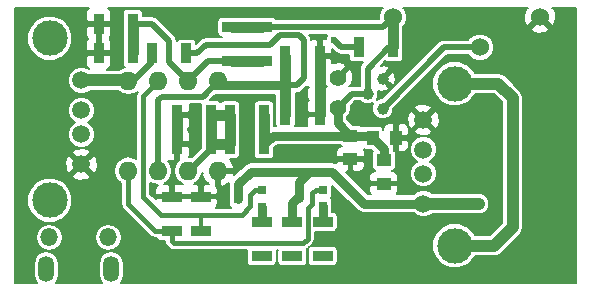
<source format=gbl>
G04 #@! TF.FileFunction,Copper,L2,Bot,Signal*
%FSLAX46Y46*%
G04 Gerber Fmt 4.6, Leading zero omitted, Abs format (unit mm)*
G04 Created by KiCad (PCBNEW 4.0.1-stable) date Fri 18 Dec 2015 08:10:57 AM EET*
%MOMM*%
G01*
G04 APERTURE LIST*
%ADD10C,0.100000*%
%ADD11R,0.800100X0.800100*%
%ADD12C,1.397000*%
%ADD13R,1.250000X1.000000*%
%ADD14R,1.000000X1.250000*%
%ADD15C,1.000760*%
%ADD16C,1.501140*%
%ADD17C,2.999740*%
%ADD18R,0.900000X1.700000*%
%ADD19R,1.700000X0.900000*%
%ADD20C,1.524000*%
%ADD21O,1.600000X1.600000*%
%ADD22O,1.500000X1.500000*%
%ADD23O,1.350000X2.200000*%
%ADD24C,0.600000*%
%ADD25C,1.000000*%
%ADD26C,0.300000*%
%ADD27C,0.900000*%
%ADD28C,0.500000*%
%ADD29C,0.800000*%
%ADD30C,0.400000*%
%ADD31C,1.000000*%
%ADD32C,0.200000*%
G04 APERTURE END LIST*
D10*
D11*
X172030760Y-62517920D03*
X172030760Y-63920000D03*
X170031780Y-63218960D03*
D12*
X178450000Y-52980000D03*
X178450000Y-55520000D03*
D13*
X179525000Y-57875000D03*
X179525000Y-59875000D03*
X182350000Y-59950000D03*
X182350000Y-61950000D03*
D14*
X181400000Y-58075000D03*
X183400000Y-58075000D03*
D15*
X180975000Y-54325000D03*
X182245000Y-53055000D03*
X182245000Y-55595000D03*
D16*
X156750000Y-60322000D03*
X156750000Y-57782000D03*
X156750000Y-55750000D03*
X156750000Y-53210000D03*
D17*
X154083000Y-63370000D03*
X154083000Y-49654000D03*
D16*
X185700000Y-56537140D03*
X185700000Y-59077140D03*
X185700000Y-61109140D03*
X185700000Y-63649140D03*
D17*
X188367000Y-53489140D03*
X188367000Y-67205140D03*
D11*
X177175760Y-62478960D03*
X177175760Y-63881040D03*
X175176780Y-63180000D03*
D18*
X172214090Y-56140000D03*
X169314090Y-56140000D03*
X172214090Y-58615000D03*
X169314090Y-58615000D03*
X180225000Y-50400000D03*
X183125000Y-50400000D03*
D19*
X174605000Y-68070000D03*
X174605000Y-65170000D03*
D18*
X167749090Y-56140000D03*
X164849090Y-56140000D03*
X167749090Y-58615000D03*
X164849090Y-58615000D03*
D19*
X164400000Y-65950000D03*
X164400000Y-63050000D03*
X177180000Y-68070000D03*
X177180000Y-65170000D03*
D18*
X165625000Y-50925000D03*
X162725000Y-50925000D03*
X174029174Y-51155186D03*
X176929174Y-51155186D03*
X174029174Y-53630186D03*
X176929174Y-53630186D03*
X174029174Y-56105186D03*
X176929174Y-56105186D03*
D19*
X169525000Y-48700000D03*
X169525000Y-51600000D03*
X172000000Y-48700000D03*
X172000000Y-51600000D03*
X166875000Y-65950000D03*
X166875000Y-63050000D03*
D18*
X161123000Y-48425328D03*
X158223000Y-48425328D03*
X161123000Y-50900328D03*
X158223000Y-50900328D03*
D19*
X172030000Y-68070000D03*
X172030000Y-65170000D03*
D20*
X195580000Y-47860000D03*
X190500000Y-50400000D03*
X183134000Y-47860000D03*
D21*
X160710000Y-60870000D03*
X163250000Y-60870000D03*
X165790000Y-60870000D03*
X168330000Y-60870000D03*
X168330000Y-53250000D03*
X165790000Y-53250000D03*
X163250000Y-53250000D03*
X160710000Y-53250000D03*
D22*
X154024100Y-66500000D03*
X159024100Y-66500000D03*
D23*
X153775000Y-69200000D03*
X159275000Y-69200000D03*
D24*
X177180000Y-68070000D03*
X177180000Y-69514860D03*
X174605000Y-69514860D03*
X172030000Y-69514860D03*
X158875000Y-64750000D03*
X174605000Y-68070000D03*
X172030000Y-68070000D03*
X178125000Y-49775000D03*
D25*
X190400000Y-63649140D03*
D26*
X166875000Y-63050000D02*
X164400000Y-63050000D01*
D27*
X164849090Y-58615000D02*
X164849090Y-56140000D01*
X176929174Y-53630186D02*
X176929174Y-51155186D01*
X176929174Y-56105186D02*
X176929174Y-53630186D01*
D26*
X168330000Y-61420000D02*
X168330000Y-60870000D01*
D28*
X172000000Y-48700000D02*
X182294000Y-48700000D01*
X182294000Y-48700000D02*
X183134000Y-47860000D01*
D29*
X182350000Y-59950000D02*
X182350000Y-59025000D01*
X182350000Y-59025000D02*
X181400000Y-58075000D01*
X179525000Y-57875000D02*
X181200000Y-57875000D01*
X181200000Y-57875000D02*
X181400000Y-58075000D01*
X178450000Y-55520000D02*
X178450000Y-56800000D01*
X178450000Y-56800000D02*
X179525000Y-57875000D01*
X179525000Y-57875000D02*
X172954090Y-57875000D01*
X172954090Y-57875000D02*
X172214090Y-58615000D01*
D27*
X172000000Y-48700000D02*
X169525000Y-48700000D01*
D28*
X180975000Y-54325000D02*
X179645000Y-54325000D01*
X179645000Y-54325000D02*
X178450000Y-55520000D01*
D26*
X183125000Y-50400000D02*
X182775000Y-50400000D01*
D28*
X182775000Y-50400000D02*
X180975000Y-52200000D01*
X180975000Y-53617356D02*
X180975000Y-54325000D01*
X180975000Y-52200000D02*
X180975000Y-53617356D01*
D27*
X183125000Y-50400000D02*
X183125000Y-47869000D01*
X183125000Y-47869000D02*
X183134000Y-47860000D01*
X172214090Y-58615000D02*
X172214090Y-56140000D01*
D28*
X182245000Y-55595000D02*
X187440000Y-50400000D01*
X187440000Y-50400000D02*
X190500000Y-50400000D01*
D30*
X175900000Y-66600000D02*
X175525000Y-66975000D01*
X177175760Y-62478960D02*
X176575710Y-62478960D01*
X176575710Y-62478960D02*
X176275000Y-62779670D01*
X176275000Y-62779670D02*
X176275000Y-63675000D01*
X176275000Y-63675000D02*
X175900000Y-64050000D01*
X175900000Y-64050000D02*
X175900000Y-66600000D01*
X175525000Y-66975000D02*
X164575000Y-66975000D01*
X164575000Y-66975000D02*
X164400000Y-66800000D01*
X164400000Y-66800000D02*
X164400000Y-65950000D01*
X160710000Y-63085000D02*
X160710000Y-63710000D01*
X160710000Y-60870000D02*
X160710000Y-63085000D01*
X162950000Y-65950000D02*
X164400000Y-65950000D01*
X160710000Y-63710000D02*
X162950000Y-65950000D01*
D29*
X177175760Y-63881040D02*
X177175760Y-65165760D01*
X177175760Y-65165760D02*
X177180000Y-65170000D01*
D28*
X180225000Y-50400000D02*
X178750000Y-50400000D01*
X178750000Y-50400000D02*
X178125000Y-49775000D01*
D31*
X190400000Y-63649140D02*
X185700000Y-63649140D01*
X156750000Y-53210000D02*
X160670000Y-53210000D01*
X160670000Y-53210000D02*
X160710000Y-53250000D01*
D28*
X162725000Y-50925000D02*
X162725000Y-51675000D01*
X162725000Y-51675000D02*
X161150000Y-53250000D01*
X161150000Y-53250000D02*
X160710000Y-53250000D01*
D29*
X174605000Y-63620000D02*
X174605000Y-65170000D01*
X177925000Y-60925000D02*
X180649140Y-63649140D01*
X180649140Y-63649140D02*
X185700000Y-63649140D01*
X176025000Y-60925000D02*
X177925000Y-60925000D01*
D26*
X160710000Y-53250000D02*
X160710000Y-52765000D01*
D29*
X170031780Y-63218960D02*
X170031780Y-62018910D01*
X171125690Y-60925000D02*
X176025000Y-60925000D01*
X170031780Y-62018910D02*
X171125690Y-60925000D01*
X176025000Y-60925000D02*
X175176780Y-61773220D01*
X175176780Y-61773220D02*
X175176780Y-63180000D01*
X175045000Y-63180000D02*
X174605000Y-63620000D01*
X175176780Y-63180000D02*
X175045000Y-63180000D01*
D30*
X163250000Y-53250000D02*
X161975000Y-54525000D01*
X161975000Y-54525000D02*
X161975000Y-63050000D01*
X163500000Y-64575000D02*
X166975000Y-64575000D01*
X161975000Y-63050000D02*
X163500000Y-64575000D01*
D26*
X166875000Y-64675000D02*
X166975000Y-64575000D01*
D30*
X166975000Y-64575000D02*
X170325000Y-64575000D01*
D26*
X166875000Y-65950000D02*
X166875000Y-64675000D01*
D30*
X171430710Y-62517920D02*
X172030760Y-62517920D01*
X170325000Y-64575000D02*
X171025000Y-63875000D01*
X171025000Y-62923630D02*
X171430710Y-62517920D01*
X171025000Y-63875000D02*
X171025000Y-62923630D01*
D29*
X172030760Y-63920000D02*
X172030760Y-65169240D01*
X172030760Y-65169240D02*
X172030000Y-65170000D01*
D26*
X167749090Y-58615000D02*
X167749090Y-59015000D01*
D28*
X167749090Y-59015000D02*
X165894090Y-60870000D01*
D26*
X165894090Y-60870000D02*
X165790000Y-60870000D01*
X165790000Y-60699090D02*
X165790000Y-60870000D01*
D27*
X169314090Y-58615000D02*
X167749090Y-58615000D01*
X169314090Y-56140000D02*
X167749090Y-56140000D01*
X167749090Y-58615000D02*
X167749090Y-56140000D01*
X169314090Y-58615000D02*
X169314090Y-56140000D01*
D28*
X165625000Y-50925000D02*
X166575000Y-50925000D01*
X172725000Y-50200000D02*
X173550000Y-49375000D01*
X166575000Y-50925000D02*
X167300000Y-50200000D01*
X167300000Y-50200000D02*
X172725000Y-50200000D01*
X173550000Y-49375000D02*
X175175000Y-49375000D01*
X175175000Y-49375000D02*
X175575000Y-49775000D01*
X175575000Y-49775000D02*
X175575000Y-53034360D01*
X175575000Y-53034360D02*
X174979174Y-53630186D01*
X174979174Y-53630186D02*
X174029174Y-53630186D01*
X174029174Y-50755186D02*
X174029174Y-51155186D01*
D29*
X174029174Y-53630186D02*
X168710186Y-53630186D01*
X168710186Y-53630186D02*
X168330000Y-53250000D01*
D27*
X174029174Y-53630186D02*
X174029174Y-51155186D01*
X174029174Y-56105186D02*
X174029174Y-53630186D01*
D28*
X163556554Y-54575000D02*
X167005000Y-54575000D01*
X163250000Y-54881554D02*
X163556554Y-54575000D01*
X163250000Y-60870000D02*
X163250000Y-54881554D01*
X167005000Y-54575000D02*
X168330000Y-53250000D01*
D27*
X168325000Y-53245000D02*
X168330000Y-53250000D01*
D28*
X164175000Y-49875000D02*
X162725328Y-48425328D01*
X162725328Y-48425328D02*
X161123000Y-48425328D01*
X164175000Y-51635000D02*
X164175000Y-49875000D01*
X165790000Y-53250000D02*
X164175000Y-51635000D01*
D27*
X161123000Y-48425328D02*
X161123000Y-50900328D01*
D28*
X169525000Y-51600000D02*
X167440000Y-51600000D01*
X167440000Y-51600000D02*
X165790000Y-53250000D01*
D27*
X172000000Y-51600000D02*
X169525000Y-51600000D01*
D31*
X188367000Y-53489140D02*
X192039140Y-53489140D01*
X192039140Y-53489140D02*
X193250000Y-54700000D01*
X193250000Y-54700000D02*
X193250000Y-65650000D01*
X193250000Y-65650000D02*
X191694860Y-67205140D01*
X191694860Y-67205140D02*
X188367000Y-67205140D01*
D32*
G36*
X157257562Y-47230924D02*
X157165000Y-47454390D01*
X157165000Y-48119328D01*
X157317000Y-48271328D01*
X158069000Y-48271328D01*
X158069000Y-48251328D01*
X158377000Y-48251328D01*
X158377000Y-48271328D01*
X159129000Y-48271328D01*
X159281000Y-48119328D01*
X159281000Y-47454390D01*
X159188438Y-47230924D01*
X159032514Y-47075000D01*
X182275619Y-47075000D01*
X182149479Y-47200920D01*
X181972202Y-47627850D01*
X181971834Y-48050000D01*
X173196632Y-48050000D01*
X173142340Y-47965628D01*
X173008671Y-47874296D01*
X172850000Y-47842164D01*
X171150000Y-47842164D01*
X171108356Y-47850000D01*
X170413695Y-47850000D01*
X170375000Y-47842164D01*
X168675000Y-47842164D01*
X168526769Y-47870056D01*
X168390628Y-47957660D01*
X168299296Y-48091329D01*
X168267164Y-48250000D01*
X168267164Y-49150000D01*
X168295056Y-49298231D01*
X168382660Y-49434372D01*
X168516329Y-49525704D01*
X168636305Y-49550000D01*
X167300000Y-49550000D01*
X167051256Y-49599478D01*
X166840381Y-49740380D01*
X166482836Y-50097925D01*
X166482836Y-50075000D01*
X166454944Y-49926769D01*
X166367340Y-49790628D01*
X166233671Y-49699296D01*
X166075000Y-49667164D01*
X165175000Y-49667164D01*
X165026769Y-49695056D01*
X164890628Y-49782660D01*
X164825000Y-49878710D01*
X164825000Y-49875000D01*
X164775522Y-49626256D01*
X164771163Y-49619732D01*
X164634620Y-49415381D01*
X163184947Y-47965709D01*
X162974073Y-47824806D01*
X162932804Y-47816597D01*
X162725328Y-47775328D01*
X161980836Y-47775328D01*
X161980836Y-47575328D01*
X161952944Y-47427097D01*
X161865340Y-47290956D01*
X161731671Y-47199624D01*
X161573000Y-47167492D01*
X160673000Y-47167492D01*
X160524769Y-47195384D01*
X160388628Y-47282988D01*
X160297296Y-47416657D01*
X160265164Y-47575328D01*
X160265164Y-49275328D01*
X160273000Y-49316972D01*
X160273000Y-50011633D01*
X160265164Y-50050328D01*
X160265164Y-51750328D01*
X160293056Y-51898559D01*
X160380660Y-52034700D01*
X160445614Y-52079081D01*
X160250780Y-52117836D01*
X159963186Y-52310000D01*
X158910613Y-52310000D01*
X159017405Y-52265765D01*
X159188438Y-52094732D01*
X159281000Y-51871266D01*
X159281000Y-51206328D01*
X159129000Y-51054328D01*
X158377000Y-51054328D01*
X158377000Y-51074328D01*
X158069000Y-51074328D01*
X158069000Y-51054328D01*
X157317000Y-51054328D01*
X157165000Y-51206328D01*
X157165000Y-51871266D01*
X157257562Y-52094732D01*
X157394724Y-52231894D01*
X156979867Y-52059630D01*
X156522142Y-52059231D01*
X156099106Y-52234025D01*
X155775163Y-52557403D01*
X155599630Y-52980133D01*
X155599231Y-53437858D01*
X155774025Y-53860894D01*
X156097403Y-54184837D01*
X156520133Y-54360370D01*
X156977858Y-54360769D01*
X157400894Y-54185975D01*
X157477002Y-54110000D01*
X159853429Y-54110000D01*
X159861472Y-54122037D01*
X160250780Y-54382164D01*
X160710000Y-54473509D01*
X161169220Y-54382164D01*
X161518739Y-54148623D01*
X161420672Y-54295390D01*
X161375000Y-54525000D01*
X161375000Y-59875334D01*
X161169220Y-59737836D01*
X160710000Y-59646491D01*
X160250780Y-59737836D01*
X159861472Y-59997963D01*
X159601345Y-60387271D01*
X159510000Y-60846491D01*
X159510000Y-60893509D01*
X159601345Y-61352729D01*
X159861472Y-61742037D01*
X160110000Y-61908098D01*
X160110000Y-63710000D01*
X160155672Y-63939610D01*
X160285736Y-64134264D01*
X162525736Y-66374264D01*
X162720389Y-66504328D01*
X162950000Y-66550000D01*
X163171194Y-66550000D01*
X163257660Y-66684372D01*
X163391329Y-66775704D01*
X163550000Y-66807836D01*
X163801559Y-66807836D01*
X163845672Y-67029610D01*
X163975736Y-67224264D01*
X164150736Y-67399264D01*
X164345389Y-67529328D01*
X164575000Y-67575000D01*
X170781277Y-67575000D01*
X170772164Y-67620000D01*
X170772164Y-68520000D01*
X170800056Y-68668231D01*
X170887660Y-68804372D01*
X171021329Y-68895704D01*
X171180000Y-68927836D01*
X172880000Y-68927836D01*
X173028231Y-68899944D01*
X173164372Y-68812340D01*
X173255704Y-68678671D01*
X173287836Y-68520000D01*
X173287836Y-67620000D01*
X173279369Y-67575000D01*
X173356277Y-67575000D01*
X173347164Y-67620000D01*
X173347164Y-68520000D01*
X173375056Y-68668231D01*
X173462660Y-68804372D01*
X173596329Y-68895704D01*
X173755000Y-68927836D01*
X175455000Y-68927836D01*
X175603231Y-68899944D01*
X175739372Y-68812340D01*
X175830704Y-68678671D01*
X175862836Y-68520000D01*
X175862836Y-67620000D01*
X175922164Y-67620000D01*
X175922164Y-68520000D01*
X175950056Y-68668231D01*
X176037660Y-68804372D01*
X176171329Y-68895704D01*
X176330000Y-68927836D01*
X178030000Y-68927836D01*
X178178231Y-68899944D01*
X178314372Y-68812340D01*
X178405704Y-68678671D01*
X178437836Y-68520000D01*
X178437836Y-67620000D01*
X178409944Y-67471769D01*
X178322340Y-67335628D01*
X178188671Y-67244296D01*
X178030000Y-67212164D01*
X176330000Y-67212164D01*
X176181769Y-67240056D01*
X176045628Y-67327660D01*
X175954296Y-67461329D01*
X175922164Y-67620000D01*
X175862836Y-67620000D01*
X175835593Y-67475217D01*
X175949264Y-67399264D01*
X176324264Y-67024264D01*
X176454328Y-66829610D01*
X176500000Y-66600000D01*
X176500000Y-66027836D01*
X178030000Y-66027836D01*
X178178231Y-65999944D01*
X178314372Y-65912340D01*
X178405704Y-65778671D01*
X178437836Y-65620000D01*
X178437836Y-64720000D01*
X178409944Y-64571769D01*
X178322340Y-64435628D01*
X178188671Y-64344296D01*
X178030000Y-64312164D01*
X177977353Y-64312164D01*
X177983646Y-64281090D01*
X177983646Y-63480990D01*
X177955754Y-63332759D01*
X177868150Y-63196618D01*
X177845240Y-63180965D01*
X177860182Y-63171350D01*
X177951514Y-63037681D01*
X177983646Y-62879010D01*
X177983646Y-62115016D01*
X180083455Y-64214826D01*
X180342993Y-64388244D01*
X180649140Y-64449140D01*
X184872871Y-64449140D01*
X185047403Y-64623977D01*
X185470133Y-64799510D01*
X185927858Y-64799909D01*
X186350894Y-64625115D01*
X186427002Y-64549140D01*
X190399787Y-64549140D01*
X190578236Y-64549296D01*
X190909143Y-64412568D01*
X191162538Y-64159615D01*
X191299843Y-63828946D01*
X191300156Y-63470904D01*
X191163428Y-63139997D01*
X190910475Y-62886602D01*
X190744416Y-62817649D01*
X190744415Y-62817648D01*
X190744414Y-62817648D01*
X190579806Y-62749297D01*
X190221764Y-62748984D01*
X190221386Y-62749140D01*
X186427303Y-62749140D01*
X186352597Y-62674303D01*
X185929867Y-62498770D01*
X185472142Y-62498371D01*
X185049106Y-62673165D01*
X184872824Y-62849140D01*
X183435702Y-62849140D01*
X183490437Y-62794405D01*
X183583000Y-62570939D01*
X183583000Y-62256000D01*
X183431000Y-62104000D01*
X182504000Y-62104000D01*
X182504000Y-62124000D01*
X182196000Y-62124000D01*
X182196000Y-62104000D01*
X181269000Y-62104000D01*
X181117000Y-62256000D01*
X181117000Y-62570939D01*
X181209563Y-62794405D01*
X181264298Y-62849140D01*
X180980511Y-62849140D01*
X179114370Y-60983000D01*
X179219000Y-60983000D01*
X179371000Y-60831000D01*
X179371000Y-60029000D01*
X179679000Y-60029000D01*
X179679000Y-60831000D01*
X179831000Y-60983000D01*
X180270938Y-60983000D01*
X180494404Y-60890438D01*
X180665437Y-60719405D01*
X180758000Y-60495939D01*
X180758000Y-60181000D01*
X180606000Y-60029000D01*
X179679000Y-60029000D01*
X179371000Y-60029000D01*
X178444000Y-60029000D01*
X178292000Y-60181000D01*
X178292000Y-60226557D01*
X178231147Y-60185896D01*
X178206533Y-60181000D01*
X177925000Y-60125000D01*
X171125690Y-60125000D01*
X170844157Y-60181000D01*
X170819543Y-60185896D01*
X170560004Y-60359315D01*
X169684877Y-61234443D01*
X169577565Y-61024000D01*
X168484000Y-61024000D01*
X168484000Y-62116523D01*
X168701042Y-62228231D01*
X169028056Y-62092791D01*
X169256553Y-61894365D01*
X169231780Y-62018910D01*
X169231780Y-62779968D01*
X169223894Y-62818910D01*
X169223894Y-63619010D01*
X169251786Y-63767241D01*
X169339390Y-63903382D01*
X169444207Y-63975000D01*
X168109842Y-63975000D01*
X168240437Y-63844405D01*
X168333000Y-63620939D01*
X168333000Y-63356000D01*
X168181000Y-63204000D01*
X167029000Y-63204000D01*
X167029000Y-63224000D01*
X166721000Y-63224000D01*
X166721000Y-63204000D01*
X164554000Y-63204000D01*
X164554000Y-63224000D01*
X164246000Y-63224000D01*
X164246000Y-63204000D01*
X163094000Y-63204000D01*
X163035764Y-63262236D01*
X162575000Y-62801472D01*
X162575000Y-61857985D01*
X162790780Y-62002164D01*
X163205501Y-62084657D01*
X163034563Y-62255595D01*
X162942000Y-62479061D01*
X162942000Y-62744000D01*
X163094000Y-62896000D01*
X164246000Y-62896000D01*
X164246000Y-62144000D01*
X164094000Y-61992000D01*
X163724432Y-61992000D01*
X164098528Y-61742037D01*
X164358655Y-61352729D01*
X164450000Y-60893509D01*
X164450000Y-60846491D01*
X164358655Y-60387271D01*
X164099114Y-59998840D01*
X164278151Y-60073000D01*
X164543090Y-60073000D01*
X164695090Y-59921000D01*
X164695090Y-58769000D01*
X164675090Y-58769000D01*
X164675090Y-58461000D01*
X164695090Y-58461000D01*
X164695090Y-56294000D01*
X165003090Y-56294000D01*
X165003090Y-58461000D01*
X165755090Y-58461000D01*
X165907090Y-58309000D01*
X165907090Y-57644062D01*
X165814528Y-57420596D01*
X165771432Y-57377500D01*
X165814528Y-57334404D01*
X165907090Y-57110938D01*
X165907090Y-56446000D01*
X165755090Y-56294000D01*
X165003090Y-56294000D01*
X164695090Y-56294000D01*
X164675090Y-56294000D01*
X164675090Y-55986000D01*
X164695090Y-55986000D01*
X164695090Y-55966000D01*
X165003090Y-55966000D01*
X165003090Y-55986000D01*
X165755090Y-55986000D01*
X165907090Y-55834000D01*
X165907090Y-55225000D01*
X166904417Y-55225000D01*
X166891254Y-55290000D01*
X166891254Y-56990000D01*
X166899090Y-57031644D01*
X166899090Y-57726305D01*
X166891254Y-57765000D01*
X166891254Y-58953597D01*
X166130609Y-59714243D01*
X165875005Y-59663400D01*
X165907090Y-59585938D01*
X165907090Y-58921000D01*
X165755090Y-58769000D01*
X165003090Y-58769000D01*
X165003090Y-59921000D01*
X165024545Y-59942455D01*
X164941472Y-59997963D01*
X164681345Y-60387271D01*
X164590000Y-60846491D01*
X164590000Y-60893509D01*
X164681345Y-61352729D01*
X164941472Y-61742037D01*
X165315568Y-61992000D01*
X164706000Y-61992000D01*
X164554000Y-62144000D01*
X164554000Y-62896000D01*
X166721000Y-62896000D01*
X166721000Y-62144000D01*
X166569000Y-61992000D01*
X166264432Y-61992000D01*
X166638528Y-61742037D01*
X166898655Y-61352729D01*
X166964043Y-61024002D01*
X167082434Y-61024002D01*
X166971757Y-61241044D01*
X167217139Y-61732577D01*
X167515878Y-61992000D01*
X167181000Y-61992000D01*
X167029000Y-62144000D01*
X167029000Y-62896000D01*
X168181000Y-62896000D01*
X168333000Y-62744000D01*
X168333000Y-62479061D01*
X168240437Y-62255595D01*
X168126726Y-62141884D01*
X168176000Y-62116523D01*
X168176000Y-61024000D01*
X168156000Y-61024000D01*
X168156000Y-60716000D01*
X168176000Y-60716000D01*
X168176000Y-60696000D01*
X168484000Y-60696000D01*
X168484000Y-60716000D01*
X169577565Y-60716000D01*
X169688243Y-60498956D01*
X169442861Y-60007423D01*
X169287877Y-59872836D01*
X169764090Y-59872836D01*
X169912321Y-59844944D01*
X170048462Y-59757340D01*
X170139794Y-59623671D01*
X170171926Y-59465000D01*
X170171926Y-57765000D01*
X170164090Y-57723356D01*
X170164090Y-57028695D01*
X170171926Y-56990000D01*
X170171926Y-55290000D01*
X170144034Y-55141769D01*
X170056430Y-55005628D01*
X169922761Y-54914296D01*
X169764090Y-54882164D01*
X168864090Y-54882164D01*
X168715859Y-54910056D01*
X168579718Y-54997660D01*
X168531610Y-55068069D01*
X168491430Y-55005628D01*
X168357761Y-54914296D01*
X168199090Y-54882164D01*
X167617074Y-54882164D01*
X168076211Y-54423027D01*
X168330000Y-54473509D01*
X168628992Y-54414036D01*
X168710186Y-54430186D01*
X173171338Y-54430186D01*
X173171338Y-54480186D01*
X173179174Y-54521830D01*
X173179174Y-55216491D01*
X173171338Y-55255186D01*
X173171338Y-56955186D01*
X173193883Y-57075000D01*
X173064090Y-57075000D01*
X173064090Y-57028695D01*
X173071926Y-56990000D01*
X173071926Y-55290000D01*
X173044034Y-55141769D01*
X172956430Y-55005628D01*
X172822761Y-54914296D01*
X172664090Y-54882164D01*
X171764090Y-54882164D01*
X171615859Y-54910056D01*
X171479718Y-54997660D01*
X171388386Y-55131329D01*
X171356254Y-55290000D01*
X171356254Y-56990000D01*
X171364090Y-57031644D01*
X171364090Y-57726305D01*
X171356254Y-57765000D01*
X171356254Y-59465000D01*
X171384146Y-59613231D01*
X171471750Y-59749372D01*
X171605419Y-59840704D01*
X171764090Y-59872836D01*
X172664090Y-59872836D01*
X172812321Y-59844944D01*
X172948462Y-59757340D01*
X173039794Y-59623671D01*
X173071926Y-59465000D01*
X173071926Y-58888534D01*
X173285460Y-58675000D01*
X178630532Y-58675000D01*
X178741329Y-58750704D01*
X178821800Y-58767000D01*
X178779062Y-58767000D01*
X178555596Y-58859562D01*
X178384563Y-59030595D01*
X178292000Y-59254061D01*
X178292000Y-59569000D01*
X178444000Y-59721000D01*
X179371000Y-59721000D01*
X179371000Y-59701000D01*
X179679000Y-59701000D01*
X179679000Y-59721000D01*
X180606000Y-59721000D01*
X180758000Y-59569000D01*
X180758000Y-59254061D01*
X180665437Y-59030595D01*
X180644139Y-59009297D01*
X180741329Y-59075704D01*
X180900000Y-59107836D01*
X181301466Y-59107836D01*
X181404364Y-59210734D01*
X181349296Y-59291329D01*
X181317164Y-59450000D01*
X181317164Y-60450000D01*
X181345056Y-60598231D01*
X181432660Y-60734372D01*
X181566329Y-60825704D01*
X181646800Y-60842000D01*
X181604062Y-60842000D01*
X181380596Y-60934562D01*
X181209563Y-61105595D01*
X181117000Y-61329061D01*
X181117000Y-61644000D01*
X181269000Y-61796000D01*
X182196000Y-61796000D01*
X182196000Y-61776000D01*
X182504000Y-61776000D01*
X182504000Y-61796000D01*
X183431000Y-61796000D01*
X183583000Y-61644000D01*
X183583000Y-61329061D01*
X183490437Y-61105595D01*
X183319404Y-60934562D01*
X183095938Y-60842000D01*
X183059160Y-60842000D01*
X183123231Y-60829944D01*
X183259372Y-60742340D01*
X183350704Y-60608671D01*
X183382836Y-60450000D01*
X183382836Y-59450000D01*
X183354944Y-59301769D01*
X183267340Y-59165628D01*
X183246000Y-59151047D01*
X183246000Y-58229000D01*
X183554000Y-58229000D01*
X183554000Y-59156000D01*
X183706000Y-59308000D01*
X184020939Y-59308000D01*
X184028186Y-59304998D01*
X184549231Y-59304998D01*
X184724025Y-59728034D01*
X185047403Y-60051977D01*
X185146255Y-60093024D01*
X185049106Y-60133165D01*
X184725163Y-60456543D01*
X184549630Y-60879273D01*
X184549231Y-61336998D01*
X184724025Y-61760034D01*
X185047403Y-62083977D01*
X185470133Y-62259510D01*
X185927858Y-62259909D01*
X186350894Y-62085115D01*
X186674837Y-61761737D01*
X186850370Y-61339007D01*
X186850769Y-60881282D01*
X186675975Y-60458246D01*
X186352597Y-60134303D01*
X186253745Y-60093256D01*
X186350894Y-60053115D01*
X186674837Y-59729737D01*
X186850370Y-59307007D01*
X186850769Y-58849282D01*
X186675975Y-58426246D01*
X186352597Y-58102303D01*
X185929867Y-57926770D01*
X185472142Y-57926371D01*
X185049106Y-58101165D01*
X184725163Y-58424543D01*
X184549630Y-58847273D01*
X184549231Y-59304998D01*
X184028186Y-59304998D01*
X184244405Y-59215437D01*
X184415438Y-59044404D01*
X184508000Y-58820938D01*
X184508000Y-58381000D01*
X184356000Y-58229000D01*
X183554000Y-58229000D01*
X183246000Y-58229000D01*
X183226000Y-58229000D01*
X183226000Y-57921000D01*
X183246000Y-57921000D01*
X183246000Y-56994000D01*
X183554000Y-56994000D01*
X183554000Y-57921000D01*
X184356000Y-57921000D01*
X184508000Y-57769000D01*
X184508000Y-57511202D01*
X184943727Y-57511202D01*
X185015444Y-57741351D01*
X185528384Y-57911654D01*
X186067452Y-57872700D01*
X186384556Y-57741351D01*
X186456273Y-57511202D01*
X185700000Y-56754929D01*
X184943727Y-57511202D01*
X184508000Y-57511202D01*
X184508000Y-57329062D01*
X184415438Y-57105596D01*
X184244405Y-56934563D01*
X184020939Y-56842000D01*
X183706000Y-56842000D01*
X183554000Y-56994000D01*
X183246000Y-56994000D01*
X183094000Y-56842000D01*
X182779061Y-56842000D01*
X182555595Y-56934563D01*
X182384562Y-57105596D01*
X182292000Y-57329062D01*
X182292000Y-57365840D01*
X182279944Y-57301769D01*
X182192340Y-57165628D01*
X182058671Y-57074296D01*
X181900000Y-57042164D01*
X180900000Y-57042164D01*
X180751769Y-57070056D01*
X180744086Y-57075000D01*
X180419468Y-57075000D01*
X180308671Y-56999296D01*
X180150000Y-56967164D01*
X179748535Y-56967164D01*
X179250000Y-56468630D01*
X179250000Y-56273555D01*
X179380720Y-56143063D01*
X179548309Y-55739464D01*
X179548657Y-55340582D01*
X179914239Y-54975000D01*
X180351647Y-54975000D01*
X180464310Y-55087860D01*
X180795118Y-55225223D01*
X181153311Y-55225535D01*
X181479455Y-55090776D01*
X181344777Y-55415118D01*
X181344465Y-55773311D01*
X181481250Y-56104358D01*
X181734310Y-56357860D01*
X182065118Y-56495223D01*
X182423311Y-56495535D01*
X182737963Y-56365524D01*
X184325486Y-56365524D01*
X184364440Y-56904592D01*
X184495789Y-57221696D01*
X184725938Y-57293413D01*
X185482211Y-56537140D01*
X185917789Y-56537140D01*
X186674062Y-57293413D01*
X186904211Y-57221696D01*
X187074514Y-56708756D01*
X187035560Y-56169688D01*
X186904211Y-55852584D01*
X186674062Y-55780867D01*
X185917789Y-56537140D01*
X185482211Y-56537140D01*
X184725938Y-55780867D01*
X184495789Y-55852584D01*
X184325486Y-56365524D01*
X182737963Y-56365524D01*
X182754358Y-56358750D01*
X183007860Y-56105690D01*
X183145223Y-55774882D01*
X183145363Y-55613875D01*
X183196160Y-55563078D01*
X184943727Y-55563078D01*
X185700000Y-56319351D01*
X186456273Y-55563078D01*
X186384556Y-55332929D01*
X185871616Y-55162626D01*
X185332548Y-55201580D01*
X185015444Y-55332929D01*
X184943727Y-55563078D01*
X183196160Y-55563078D01*
X184893848Y-53865390D01*
X186466801Y-53865390D01*
X186755429Y-54563924D01*
X187289405Y-55098833D01*
X187987434Y-55388680D01*
X188743250Y-55389339D01*
X189441784Y-55100711D01*
X189976693Y-54566735D01*
X190050437Y-54389140D01*
X191666348Y-54389140D01*
X192350000Y-55072792D01*
X192350000Y-65277208D01*
X191322068Y-66305140D01*
X190050790Y-66305140D01*
X189978571Y-66130356D01*
X189444595Y-65595447D01*
X188746566Y-65305600D01*
X187990750Y-65304941D01*
X187292216Y-65593569D01*
X186757307Y-66127545D01*
X186467460Y-66825574D01*
X186466801Y-67581390D01*
X186755429Y-68279924D01*
X187289405Y-68814833D01*
X187987434Y-69104680D01*
X188743250Y-69105339D01*
X189441784Y-68816711D01*
X189976693Y-68282735D01*
X190050437Y-68105140D01*
X191694860Y-68105140D01*
X192039275Y-68036632D01*
X192331256Y-67841536D01*
X193886396Y-66286396D01*
X194081492Y-65994416D01*
X194150000Y-65650000D01*
X194150000Y-54700000D01*
X194081492Y-54355585D01*
X193886396Y-54063604D01*
X192675536Y-52852744D01*
X192383555Y-52657648D01*
X192039140Y-52589140D01*
X190050790Y-52589140D01*
X189978571Y-52414356D01*
X189444595Y-51879447D01*
X188746566Y-51589600D01*
X187990750Y-51588941D01*
X187292216Y-51877569D01*
X186757307Y-52411545D01*
X186467460Y-53109574D01*
X186466801Y-53865390D01*
X184893848Y-53865390D01*
X187709239Y-51050000D01*
X189511289Y-51050000D01*
X189514330Y-51057360D01*
X189840920Y-51384521D01*
X190267850Y-51561798D01*
X190730122Y-51562201D01*
X191157360Y-51385670D01*
X191484521Y-51059080D01*
X191661798Y-50632150D01*
X191662201Y-50169878D01*
X191485670Y-49742640D01*
X191159080Y-49415479D01*
X190732150Y-49238202D01*
X190269878Y-49237799D01*
X189842640Y-49414330D01*
X189515479Y-49740920D01*
X189511709Y-49750000D01*
X187440000Y-49750000D01*
X187191256Y-49799478D01*
X187191254Y-49799479D01*
X187191255Y-49799479D01*
X186980380Y-49940381D01*
X182226158Y-54694604D01*
X182066689Y-54694465D01*
X181740545Y-54829224D01*
X181875223Y-54504882D01*
X181875535Y-54146689D01*
X181854009Y-54094592D01*
X182133392Y-54179570D01*
X182572241Y-54136678D01*
X182778468Y-54051256D01*
X182819096Y-53846885D01*
X182245000Y-53272789D01*
X182230858Y-53286931D01*
X182013069Y-53069142D01*
X182027211Y-53055000D01*
X182462789Y-53055000D01*
X183036885Y-53629096D01*
X183241256Y-53588468D01*
X183369570Y-53166608D01*
X183326678Y-52727759D01*
X183241256Y-52521532D01*
X183036885Y-52480904D01*
X182462789Y-53055000D01*
X182027211Y-53055000D01*
X182013069Y-53040858D01*
X182230858Y-52823069D01*
X182245000Y-52837211D01*
X182819096Y-52263115D01*
X182778468Y-52058744D01*
X182356608Y-51930430D01*
X182142923Y-51951315D01*
X182487935Y-51606303D01*
X182516329Y-51625704D01*
X182675000Y-51657836D01*
X183575000Y-51657836D01*
X183723231Y-51629944D01*
X183859372Y-51542340D01*
X183950704Y-51408671D01*
X183982836Y-51250000D01*
X183982836Y-49550000D01*
X183975000Y-49508356D01*
X183975000Y-48842368D01*
X194815421Y-48842368D01*
X194888551Y-49073698D01*
X195405647Y-49245917D01*
X195949287Y-49207142D01*
X196271449Y-49073698D01*
X196344579Y-48842368D01*
X195580000Y-48077789D01*
X194815421Y-48842368D01*
X183975000Y-48842368D01*
X183975000Y-48662351D01*
X184118521Y-48519080D01*
X184295798Y-48092150D01*
X184296201Y-47629878D01*
X184119670Y-47202640D01*
X183992253Y-47075000D01*
X194577208Y-47075000D01*
X194597630Y-47095422D01*
X194366302Y-47168551D01*
X194194083Y-47685647D01*
X194232858Y-48229287D01*
X194366302Y-48551449D01*
X194597632Y-48624579D01*
X195362211Y-47860000D01*
X195348069Y-47845858D01*
X195565858Y-47628069D01*
X195580000Y-47642211D01*
X195594142Y-47628069D01*
X195811931Y-47845858D01*
X195797789Y-47860000D01*
X196562368Y-48624579D01*
X196793698Y-48551449D01*
X196965917Y-48034353D01*
X196927142Y-47490713D01*
X196793698Y-47168551D01*
X196562370Y-47095422D01*
X196582792Y-47075000D01*
X198650000Y-47075000D01*
X198650000Y-70350000D01*
X160078255Y-70350000D01*
X160268170Y-70065772D01*
X160350000Y-69654387D01*
X160350000Y-68745613D01*
X160268170Y-68334228D01*
X160035140Y-67985473D01*
X159686385Y-67752443D01*
X159275000Y-67670613D01*
X158863615Y-67752443D01*
X158514860Y-67985473D01*
X158281830Y-68334228D01*
X158200000Y-68745613D01*
X158200000Y-69654387D01*
X158281830Y-70065772D01*
X158471745Y-70350000D01*
X154578255Y-70350000D01*
X154768170Y-70065772D01*
X154850000Y-69654387D01*
X154850000Y-68745613D01*
X154768170Y-68334228D01*
X154535140Y-67985473D01*
X154186385Y-67752443D01*
X153775000Y-67670613D01*
X153363615Y-67752443D01*
X153014860Y-67985473D01*
X152781830Y-68334228D01*
X152700000Y-68745613D01*
X152700000Y-69654387D01*
X152781830Y-70065772D01*
X152971745Y-70350000D01*
X151150000Y-70350000D01*
X151150000Y-66477470D01*
X152874100Y-66477470D01*
X152874100Y-66522530D01*
X152961639Y-66962616D01*
X153210927Y-67335703D01*
X153584014Y-67584991D01*
X154024100Y-67672530D01*
X154464186Y-67584991D01*
X154837273Y-67335703D01*
X155086561Y-66962616D01*
X155174100Y-66522530D01*
X155174100Y-66477470D01*
X157874100Y-66477470D01*
X157874100Y-66522530D01*
X157961639Y-66962616D01*
X158210927Y-67335703D01*
X158584014Y-67584991D01*
X159024100Y-67672530D01*
X159464186Y-67584991D01*
X159837273Y-67335703D01*
X160086561Y-66962616D01*
X160174100Y-66522530D01*
X160174100Y-66477470D01*
X160086561Y-66037384D01*
X159837273Y-65664297D01*
X159464186Y-65415009D01*
X159024100Y-65327470D01*
X158584014Y-65415009D01*
X158210927Y-65664297D01*
X157961639Y-66037384D01*
X157874100Y-66477470D01*
X155174100Y-66477470D01*
X155086561Y-66037384D01*
X154837273Y-65664297D01*
X154464186Y-65415009D01*
X154024100Y-65327470D01*
X153584014Y-65415009D01*
X153210927Y-65664297D01*
X152961639Y-66037384D01*
X152874100Y-66477470D01*
X151150000Y-66477470D01*
X151150000Y-63746250D01*
X152182801Y-63746250D01*
X152471429Y-64444784D01*
X153005405Y-64979693D01*
X153703434Y-65269540D01*
X154459250Y-65270199D01*
X155157784Y-64981571D01*
X155692693Y-64447595D01*
X155982540Y-63749566D01*
X155983199Y-62993750D01*
X155694571Y-62295216D01*
X155160595Y-61760307D01*
X154462566Y-61470460D01*
X153706750Y-61469801D01*
X153008216Y-61758429D01*
X152473307Y-62292405D01*
X152183460Y-62990434D01*
X152182801Y-63746250D01*
X151150000Y-63746250D01*
X151150000Y-61296062D01*
X155993727Y-61296062D01*
X156065444Y-61526211D01*
X156578384Y-61696514D01*
X157117452Y-61657560D01*
X157434556Y-61526211D01*
X157506273Y-61296062D01*
X156750000Y-60539789D01*
X155993727Y-61296062D01*
X151150000Y-61296062D01*
X151150000Y-60150384D01*
X155375486Y-60150384D01*
X155414440Y-60689452D01*
X155545789Y-61006556D01*
X155775938Y-61078273D01*
X156532211Y-60322000D01*
X156967789Y-60322000D01*
X157724062Y-61078273D01*
X157954211Y-61006556D01*
X158124514Y-60493616D01*
X158085560Y-59954548D01*
X157954211Y-59637444D01*
X157724062Y-59565727D01*
X156967789Y-60322000D01*
X156532211Y-60322000D01*
X155775938Y-59565727D01*
X155545789Y-59637444D01*
X155375486Y-60150384D01*
X151150000Y-60150384D01*
X151150000Y-59347938D01*
X155993727Y-59347938D01*
X156750000Y-60104211D01*
X157506273Y-59347938D01*
X157434556Y-59117789D01*
X156921616Y-58947486D01*
X156382548Y-58986440D01*
X156065444Y-59117789D01*
X155993727Y-59347938D01*
X151150000Y-59347938D01*
X151150000Y-55977858D01*
X155599231Y-55977858D01*
X155774025Y-56400894D01*
X156097403Y-56724837D01*
X156196255Y-56765884D01*
X156099106Y-56806025D01*
X155775163Y-57129403D01*
X155599630Y-57552133D01*
X155599231Y-58009858D01*
X155774025Y-58432894D01*
X156097403Y-58756837D01*
X156520133Y-58932370D01*
X156977858Y-58932769D01*
X157400894Y-58757975D01*
X157724837Y-58434597D01*
X157900370Y-58011867D01*
X157900769Y-57554142D01*
X157725975Y-57131106D01*
X157402597Y-56807163D01*
X157303745Y-56766116D01*
X157400894Y-56725975D01*
X157724837Y-56402597D01*
X157900370Y-55979867D01*
X157900769Y-55522142D01*
X157725975Y-55099106D01*
X157402597Y-54775163D01*
X156979867Y-54599630D01*
X156522142Y-54599231D01*
X156099106Y-54774025D01*
X155775163Y-55097403D01*
X155599630Y-55520133D01*
X155599231Y-55977858D01*
X151150000Y-55977858D01*
X151150000Y-50030250D01*
X152182801Y-50030250D01*
X152471429Y-50728784D01*
X153005405Y-51263693D01*
X153703434Y-51553540D01*
X154459250Y-51554199D01*
X155157784Y-51265571D01*
X155692693Y-50731595D01*
X155982540Y-50033566D01*
X155983199Y-49277750D01*
X155757423Y-48731328D01*
X157165000Y-48731328D01*
X157165000Y-49396266D01*
X157257562Y-49619732D01*
X157300658Y-49662828D01*
X157257562Y-49705924D01*
X157165000Y-49929390D01*
X157165000Y-50594328D01*
X157317000Y-50746328D01*
X158069000Y-50746328D01*
X158069000Y-48579328D01*
X158377000Y-48579328D01*
X158377000Y-50746328D01*
X159129000Y-50746328D01*
X159281000Y-50594328D01*
X159281000Y-49929390D01*
X159188438Y-49705924D01*
X159145342Y-49662828D01*
X159188438Y-49619732D01*
X159281000Y-49396266D01*
X159281000Y-48731328D01*
X159129000Y-48579328D01*
X158377000Y-48579328D01*
X158069000Y-48579328D01*
X157317000Y-48579328D01*
X157165000Y-48731328D01*
X155757423Y-48731328D01*
X155694571Y-48579216D01*
X155160595Y-48044307D01*
X154462566Y-47754460D01*
X153706750Y-47753801D01*
X153008216Y-48042429D01*
X152473307Y-48576405D01*
X152183460Y-49274434D01*
X152182801Y-50030250D01*
X151150000Y-50030250D01*
X151150000Y-47075000D01*
X157413486Y-47075000D01*
X157257562Y-47230924D01*
X157257562Y-47230924D01*
G37*
X157257562Y-47230924D02*
X157165000Y-47454390D01*
X157165000Y-48119328D01*
X157317000Y-48271328D01*
X158069000Y-48271328D01*
X158069000Y-48251328D01*
X158377000Y-48251328D01*
X158377000Y-48271328D01*
X159129000Y-48271328D01*
X159281000Y-48119328D01*
X159281000Y-47454390D01*
X159188438Y-47230924D01*
X159032514Y-47075000D01*
X182275619Y-47075000D01*
X182149479Y-47200920D01*
X181972202Y-47627850D01*
X181971834Y-48050000D01*
X173196632Y-48050000D01*
X173142340Y-47965628D01*
X173008671Y-47874296D01*
X172850000Y-47842164D01*
X171150000Y-47842164D01*
X171108356Y-47850000D01*
X170413695Y-47850000D01*
X170375000Y-47842164D01*
X168675000Y-47842164D01*
X168526769Y-47870056D01*
X168390628Y-47957660D01*
X168299296Y-48091329D01*
X168267164Y-48250000D01*
X168267164Y-49150000D01*
X168295056Y-49298231D01*
X168382660Y-49434372D01*
X168516329Y-49525704D01*
X168636305Y-49550000D01*
X167300000Y-49550000D01*
X167051256Y-49599478D01*
X166840381Y-49740380D01*
X166482836Y-50097925D01*
X166482836Y-50075000D01*
X166454944Y-49926769D01*
X166367340Y-49790628D01*
X166233671Y-49699296D01*
X166075000Y-49667164D01*
X165175000Y-49667164D01*
X165026769Y-49695056D01*
X164890628Y-49782660D01*
X164825000Y-49878710D01*
X164825000Y-49875000D01*
X164775522Y-49626256D01*
X164771163Y-49619732D01*
X164634620Y-49415381D01*
X163184947Y-47965709D01*
X162974073Y-47824806D01*
X162932804Y-47816597D01*
X162725328Y-47775328D01*
X161980836Y-47775328D01*
X161980836Y-47575328D01*
X161952944Y-47427097D01*
X161865340Y-47290956D01*
X161731671Y-47199624D01*
X161573000Y-47167492D01*
X160673000Y-47167492D01*
X160524769Y-47195384D01*
X160388628Y-47282988D01*
X160297296Y-47416657D01*
X160265164Y-47575328D01*
X160265164Y-49275328D01*
X160273000Y-49316972D01*
X160273000Y-50011633D01*
X160265164Y-50050328D01*
X160265164Y-51750328D01*
X160293056Y-51898559D01*
X160380660Y-52034700D01*
X160445614Y-52079081D01*
X160250780Y-52117836D01*
X159963186Y-52310000D01*
X158910613Y-52310000D01*
X159017405Y-52265765D01*
X159188438Y-52094732D01*
X159281000Y-51871266D01*
X159281000Y-51206328D01*
X159129000Y-51054328D01*
X158377000Y-51054328D01*
X158377000Y-51074328D01*
X158069000Y-51074328D01*
X158069000Y-51054328D01*
X157317000Y-51054328D01*
X157165000Y-51206328D01*
X157165000Y-51871266D01*
X157257562Y-52094732D01*
X157394724Y-52231894D01*
X156979867Y-52059630D01*
X156522142Y-52059231D01*
X156099106Y-52234025D01*
X155775163Y-52557403D01*
X155599630Y-52980133D01*
X155599231Y-53437858D01*
X155774025Y-53860894D01*
X156097403Y-54184837D01*
X156520133Y-54360370D01*
X156977858Y-54360769D01*
X157400894Y-54185975D01*
X157477002Y-54110000D01*
X159853429Y-54110000D01*
X159861472Y-54122037D01*
X160250780Y-54382164D01*
X160710000Y-54473509D01*
X161169220Y-54382164D01*
X161518739Y-54148623D01*
X161420672Y-54295390D01*
X161375000Y-54525000D01*
X161375000Y-59875334D01*
X161169220Y-59737836D01*
X160710000Y-59646491D01*
X160250780Y-59737836D01*
X159861472Y-59997963D01*
X159601345Y-60387271D01*
X159510000Y-60846491D01*
X159510000Y-60893509D01*
X159601345Y-61352729D01*
X159861472Y-61742037D01*
X160110000Y-61908098D01*
X160110000Y-63710000D01*
X160155672Y-63939610D01*
X160285736Y-64134264D01*
X162525736Y-66374264D01*
X162720389Y-66504328D01*
X162950000Y-66550000D01*
X163171194Y-66550000D01*
X163257660Y-66684372D01*
X163391329Y-66775704D01*
X163550000Y-66807836D01*
X163801559Y-66807836D01*
X163845672Y-67029610D01*
X163975736Y-67224264D01*
X164150736Y-67399264D01*
X164345389Y-67529328D01*
X164575000Y-67575000D01*
X170781277Y-67575000D01*
X170772164Y-67620000D01*
X170772164Y-68520000D01*
X170800056Y-68668231D01*
X170887660Y-68804372D01*
X171021329Y-68895704D01*
X171180000Y-68927836D01*
X172880000Y-68927836D01*
X173028231Y-68899944D01*
X173164372Y-68812340D01*
X173255704Y-68678671D01*
X173287836Y-68520000D01*
X173287836Y-67620000D01*
X173279369Y-67575000D01*
X173356277Y-67575000D01*
X173347164Y-67620000D01*
X173347164Y-68520000D01*
X173375056Y-68668231D01*
X173462660Y-68804372D01*
X173596329Y-68895704D01*
X173755000Y-68927836D01*
X175455000Y-68927836D01*
X175603231Y-68899944D01*
X175739372Y-68812340D01*
X175830704Y-68678671D01*
X175862836Y-68520000D01*
X175862836Y-67620000D01*
X175922164Y-67620000D01*
X175922164Y-68520000D01*
X175950056Y-68668231D01*
X176037660Y-68804372D01*
X176171329Y-68895704D01*
X176330000Y-68927836D01*
X178030000Y-68927836D01*
X178178231Y-68899944D01*
X178314372Y-68812340D01*
X178405704Y-68678671D01*
X178437836Y-68520000D01*
X178437836Y-67620000D01*
X178409944Y-67471769D01*
X178322340Y-67335628D01*
X178188671Y-67244296D01*
X178030000Y-67212164D01*
X176330000Y-67212164D01*
X176181769Y-67240056D01*
X176045628Y-67327660D01*
X175954296Y-67461329D01*
X175922164Y-67620000D01*
X175862836Y-67620000D01*
X175835593Y-67475217D01*
X175949264Y-67399264D01*
X176324264Y-67024264D01*
X176454328Y-66829610D01*
X176500000Y-66600000D01*
X176500000Y-66027836D01*
X178030000Y-66027836D01*
X178178231Y-65999944D01*
X178314372Y-65912340D01*
X178405704Y-65778671D01*
X178437836Y-65620000D01*
X178437836Y-64720000D01*
X178409944Y-64571769D01*
X178322340Y-64435628D01*
X178188671Y-64344296D01*
X178030000Y-64312164D01*
X177977353Y-64312164D01*
X177983646Y-64281090D01*
X177983646Y-63480990D01*
X177955754Y-63332759D01*
X177868150Y-63196618D01*
X177845240Y-63180965D01*
X177860182Y-63171350D01*
X177951514Y-63037681D01*
X177983646Y-62879010D01*
X177983646Y-62115016D01*
X180083455Y-64214826D01*
X180342993Y-64388244D01*
X180649140Y-64449140D01*
X184872871Y-64449140D01*
X185047403Y-64623977D01*
X185470133Y-64799510D01*
X185927858Y-64799909D01*
X186350894Y-64625115D01*
X186427002Y-64549140D01*
X190399787Y-64549140D01*
X190578236Y-64549296D01*
X190909143Y-64412568D01*
X191162538Y-64159615D01*
X191299843Y-63828946D01*
X191300156Y-63470904D01*
X191163428Y-63139997D01*
X190910475Y-62886602D01*
X190744416Y-62817649D01*
X190744415Y-62817648D01*
X190744414Y-62817648D01*
X190579806Y-62749297D01*
X190221764Y-62748984D01*
X190221386Y-62749140D01*
X186427303Y-62749140D01*
X186352597Y-62674303D01*
X185929867Y-62498770D01*
X185472142Y-62498371D01*
X185049106Y-62673165D01*
X184872824Y-62849140D01*
X183435702Y-62849140D01*
X183490437Y-62794405D01*
X183583000Y-62570939D01*
X183583000Y-62256000D01*
X183431000Y-62104000D01*
X182504000Y-62104000D01*
X182504000Y-62124000D01*
X182196000Y-62124000D01*
X182196000Y-62104000D01*
X181269000Y-62104000D01*
X181117000Y-62256000D01*
X181117000Y-62570939D01*
X181209563Y-62794405D01*
X181264298Y-62849140D01*
X180980511Y-62849140D01*
X179114370Y-60983000D01*
X179219000Y-60983000D01*
X179371000Y-60831000D01*
X179371000Y-60029000D01*
X179679000Y-60029000D01*
X179679000Y-60831000D01*
X179831000Y-60983000D01*
X180270938Y-60983000D01*
X180494404Y-60890438D01*
X180665437Y-60719405D01*
X180758000Y-60495939D01*
X180758000Y-60181000D01*
X180606000Y-60029000D01*
X179679000Y-60029000D01*
X179371000Y-60029000D01*
X178444000Y-60029000D01*
X178292000Y-60181000D01*
X178292000Y-60226557D01*
X178231147Y-60185896D01*
X178206533Y-60181000D01*
X177925000Y-60125000D01*
X171125690Y-60125000D01*
X170844157Y-60181000D01*
X170819543Y-60185896D01*
X170560004Y-60359315D01*
X169684877Y-61234443D01*
X169577565Y-61024000D01*
X168484000Y-61024000D01*
X168484000Y-62116523D01*
X168701042Y-62228231D01*
X169028056Y-62092791D01*
X169256553Y-61894365D01*
X169231780Y-62018910D01*
X169231780Y-62779968D01*
X169223894Y-62818910D01*
X169223894Y-63619010D01*
X169251786Y-63767241D01*
X169339390Y-63903382D01*
X169444207Y-63975000D01*
X168109842Y-63975000D01*
X168240437Y-63844405D01*
X168333000Y-63620939D01*
X168333000Y-63356000D01*
X168181000Y-63204000D01*
X167029000Y-63204000D01*
X167029000Y-63224000D01*
X166721000Y-63224000D01*
X166721000Y-63204000D01*
X164554000Y-63204000D01*
X164554000Y-63224000D01*
X164246000Y-63224000D01*
X164246000Y-63204000D01*
X163094000Y-63204000D01*
X163035764Y-63262236D01*
X162575000Y-62801472D01*
X162575000Y-61857985D01*
X162790780Y-62002164D01*
X163205501Y-62084657D01*
X163034563Y-62255595D01*
X162942000Y-62479061D01*
X162942000Y-62744000D01*
X163094000Y-62896000D01*
X164246000Y-62896000D01*
X164246000Y-62144000D01*
X164094000Y-61992000D01*
X163724432Y-61992000D01*
X164098528Y-61742037D01*
X164358655Y-61352729D01*
X164450000Y-60893509D01*
X164450000Y-60846491D01*
X164358655Y-60387271D01*
X164099114Y-59998840D01*
X164278151Y-60073000D01*
X164543090Y-60073000D01*
X164695090Y-59921000D01*
X164695090Y-58769000D01*
X164675090Y-58769000D01*
X164675090Y-58461000D01*
X164695090Y-58461000D01*
X164695090Y-56294000D01*
X165003090Y-56294000D01*
X165003090Y-58461000D01*
X165755090Y-58461000D01*
X165907090Y-58309000D01*
X165907090Y-57644062D01*
X165814528Y-57420596D01*
X165771432Y-57377500D01*
X165814528Y-57334404D01*
X165907090Y-57110938D01*
X165907090Y-56446000D01*
X165755090Y-56294000D01*
X165003090Y-56294000D01*
X164695090Y-56294000D01*
X164675090Y-56294000D01*
X164675090Y-55986000D01*
X164695090Y-55986000D01*
X164695090Y-55966000D01*
X165003090Y-55966000D01*
X165003090Y-55986000D01*
X165755090Y-55986000D01*
X165907090Y-55834000D01*
X165907090Y-55225000D01*
X166904417Y-55225000D01*
X166891254Y-55290000D01*
X166891254Y-56990000D01*
X166899090Y-57031644D01*
X166899090Y-57726305D01*
X166891254Y-57765000D01*
X166891254Y-58953597D01*
X166130609Y-59714243D01*
X165875005Y-59663400D01*
X165907090Y-59585938D01*
X165907090Y-58921000D01*
X165755090Y-58769000D01*
X165003090Y-58769000D01*
X165003090Y-59921000D01*
X165024545Y-59942455D01*
X164941472Y-59997963D01*
X164681345Y-60387271D01*
X164590000Y-60846491D01*
X164590000Y-60893509D01*
X164681345Y-61352729D01*
X164941472Y-61742037D01*
X165315568Y-61992000D01*
X164706000Y-61992000D01*
X164554000Y-62144000D01*
X164554000Y-62896000D01*
X166721000Y-62896000D01*
X166721000Y-62144000D01*
X166569000Y-61992000D01*
X166264432Y-61992000D01*
X166638528Y-61742037D01*
X166898655Y-61352729D01*
X166964043Y-61024002D01*
X167082434Y-61024002D01*
X166971757Y-61241044D01*
X167217139Y-61732577D01*
X167515878Y-61992000D01*
X167181000Y-61992000D01*
X167029000Y-62144000D01*
X167029000Y-62896000D01*
X168181000Y-62896000D01*
X168333000Y-62744000D01*
X168333000Y-62479061D01*
X168240437Y-62255595D01*
X168126726Y-62141884D01*
X168176000Y-62116523D01*
X168176000Y-61024000D01*
X168156000Y-61024000D01*
X168156000Y-60716000D01*
X168176000Y-60716000D01*
X168176000Y-60696000D01*
X168484000Y-60696000D01*
X168484000Y-60716000D01*
X169577565Y-60716000D01*
X169688243Y-60498956D01*
X169442861Y-60007423D01*
X169287877Y-59872836D01*
X169764090Y-59872836D01*
X169912321Y-59844944D01*
X170048462Y-59757340D01*
X170139794Y-59623671D01*
X170171926Y-59465000D01*
X170171926Y-57765000D01*
X170164090Y-57723356D01*
X170164090Y-57028695D01*
X170171926Y-56990000D01*
X170171926Y-55290000D01*
X170144034Y-55141769D01*
X170056430Y-55005628D01*
X169922761Y-54914296D01*
X169764090Y-54882164D01*
X168864090Y-54882164D01*
X168715859Y-54910056D01*
X168579718Y-54997660D01*
X168531610Y-55068069D01*
X168491430Y-55005628D01*
X168357761Y-54914296D01*
X168199090Y-54882164D01*
X167617074Y-54882164D01*
X168076211Y-54423027D01*
X168330000Y-54473509D01*
X168628992Y-54414036D01*
X168710186Y-54430186D01*
X173171338Y-54430186D01*
X173171338Y-54480186D01*
X173179174Y-54521830D01*
X173179174Y-55216491D01*
X173171338Y-55255186D01*
X173171338Y-56955186D01*
X173193883Y-57075000D01*
X173064090Y-57075000D01*
X173064090Y-57028695D01*
X173071926Y-56990000D01*
X173071926Y-55290000D01*
X173044034Y-55141769D01*
X172956430Y-55005628D01*
X172822761Y-54914296D01*
X172664090Y-54882164D01*
X171764090Y-54882164D01*
X171615859Y-54910056D01*
X171479718Y-54997660D01*
X171388386Y-55131329D01*
X171356254Y-55290000D01*
X171356254Y-56990000D01*
X171364090Y-57031644D01*
X171364090Y-57726305D01*
X171356254Y-57765000D01*
X171356254Y-59465000D01*
X171384146Y-59613231D01*
X171471750Y-59749372D01*
X171605419Y-59840704D01*
X171764090Y-59872836D01*
X172664090Y-59872836D01*
X172812321Y-59844944D01*
X172948462Y-59757340D01*
X173039794Y-59623671D01*
X173071926Y-59465000D01*
X173071926Y-58888534D01*
X173285460Y-58675000D01*
X178630532Y-58675000D01*
X178741329Y-58750704D01*
X178821800Y-58767000D01*
X178779062Y-58767000D01*
X178555596Y-58859562D01*
X178384563Y-59030595D01*
X178292000Y-59254061D01*
X178292000Y-59569000D01*
X178444000Y-59721000D01*
X179371000Y-59721000D01*
X179371000Y-59701000D01*
X179679000Y-59701000D01*
X179679000Y-59721000D01*
X180606000Y-59721000D01*
X180758000Y-59569000D01*
X180758000Y-59254061D01*
X180665437Y-59030595D01*
X180644139Y-59009297D01*
X180741329Y-59075704D01*
X180900000Y-59107836D01*
X181301466Y-59107836D01*
X181404364Y-59210734D01*
X181349296Y-59291329D01*
X181317164Y-59450000D01*
X181317164Y-60450000D01*
X181345056Y-60598231D01*
X181432660Y-60734372D01*
X181566329Y-60825704D01*
X181646800Y-60842000D01*
X181604062Y-60842000D01*
X181380596Y-60934562D01*
X181209563Y-61105595D01*
X181117000Y-61329061D01*
X181117000Y-61644000D01*
X181269000Y-61796000D01*
X182196000Y-61796000D01*
X182196000Y-61776000D01*
X182504000Y-61776000D01*
X182504000Y-61796000D01*
X183431000Y-61796000D01*
X183583000Y-61644000D01*
X183583000Y-61329061D01*
X183490437Y-61105595D01*
X183319404Y-60934562D01*
X183095938Y-60842000D01*
X183059160Y-60842000D01*
X183123231Y-60829944D01*
X183259372Y-60742340D01*
X183350704Y-60608671D01*
X183382836Y-60450000D01*
X183382836Y-59450000D01*
X183354944Y-59301769D01*
X183267340Y-59165628D01*
X183246000Y-59151047D01*
X183246000Y-58229000D01*
X183554000Y-58229000D01*
X183554000Y-59156000D01*
X183706000Y-59308000D01*
X184020939Y-59308000D01*
X184028186Y-59304998D01*
X184549231Y-59304998D01*
X184724025Y-59728034D01*
X185047403Y-60051977D01*
X185146255Y-60093024D01*
X185049106Y-60133165D01*
X184725163Y-60456543D01*
X184549630Y-60879273D01*
X184549231Y-61336998D01*
X184724025Y-61760034D01*
X185047403Y-62083977D01*
X185470133Y-62259510D01*
X185927858Y-62259909D01*
X186350894Y-62085115D01*
X186674837Y-61761737D01*
X186850370Y-61339007D01*
X186850769Y-60881282D01*
X186675975Y-60458246D01*
X186352597Y-60134303D01*
X186253745Y-60093256D01*
X186350894Y-60053115D01*
X186674837Y-59729737D01*
X186850370Y-59307007D01*
X186850769Y-58849282D01*
X186675975Y-58426246D01*
X186352597Y-58102303D01*
X185929867Y-57926770D01*
X185472142Y-57926371D01*
X185049106Y-58101165D01*
X184725163Y-58424543D01*
X184549630Y-58847273D01*
X184549231Y-59304998D01*
X184028186Y-59304998D01*
X184244405Y-59215437D01*
X184415438Y-59044404D01*
X184508000Y-58820938D01*
X184508000Y-58381000D01*
X184356000Y-58229000D01*
X183554000Y-58229000D01*
X183246000Y-58229000D01*
X183226000Y-58229000D01*
X183226000Y-57921000D01*
X183246000Y-57921000D01*
X183246000Y-56994000D01*
X183554000Y-56994000D01*
X183554000Y-57921000D01*
X184356000Y-57921000D01*
X184508000Y-57769000D01*
X184508000Y-57511202D01*
X184943727Y-57511202D01*
X185015444Y-57741351D01*
X185528384Y-57911654D01*
X186067452Y-57872700D01*
X186384556Y-57741351D01*
X186456273Y-57511202D01*
X185700000Y-56754929D01*
X184943727Y-57511202D01*
X184508000Y-57511202D01*
X184508000Y-57329062D01*
X184415438Y-57105596D01*
X184244405Y-56934563D01*
X184020939Y-56842000D01*
X183706000Y-56842000D01*
X183554000Y-56994000D01*
X183246000Y-56994000D01*
X183094000Y-56842000D01*
X182779061Y-56842000D01*
X182555595Y-56934563D01*
X182384562Y-57105596D01*
X182292000Y-57329062D01*
X182292000Y-57365840D01*
X182279944Y-57301769D01*
X182192340Y-57165628D01*
X182058671Y-57074296D01*
X181900000Y-57042164D01*
X180900000Y-57042164D01*
X180751769Y-57070056D01*
X180744086Y-57075000D01*
X180419468Y-57075000D01*
X180308671Y-56999296D01*
X180150000Y-56967164D01*
X179748535Y-56967164D01*
X179250000Y-56468630D01*
X179250000Y-56273555D01*
X179380720Y-56143063D01*
X179548309Y-55739464D01*
X179548657Y-55340582D01*
X179914239Y-54975000D01*
X180351647Y-54975000D01*
X180464310Y-55087860D01*
X180795118Y-55225223D01*
X181153311Y-55225535D01*
X181479455Y-55090776D01*
X181344777Y-55415118D01*
X181344465Y-55773311D01*
X181481250Y-56104358D01*
X181734310Y-56357860D01*
X182065118Y-56495223D01*
X182423311Y-56495535D01*
X182737963Y-56365524D01*
X184325486Y-56365524D01*
X184364440Y-56904592D01*
X184495789Y-57221696D01*
X184725938Y-57293413D01*
X185482211Y-56537140D01*
X185917789Y-56537140D01*
X186674062Y-57293413D01*
X186904211Y-57221696D01*
X187074514Y-56708756D01*
X187035560Y-56169688D01*
X186904211Y-55852584D01*
X186674062Y-55780867D01*
X185917789Y-56537140D01*
X185482211Y-56537140D01*
X184725938Y-55780867D01*
X184495789Y-55852584D01*
X184325486Y-56365524D01*
X182737963Y-56365524D01*
X182754358Y-56358750D01*
X183007860Y-56105690D01*
X183145223Y-55774882D01*
X183145363Y-55613875D01*
X183196160Y-55563078D01*
X184943727Y-55563078D01*
X185700000Y-56319351D01*
X186456273Y-55563078D01*
X186384556Y-55332929D01*
X185871616Y-55162626D01*
X185332548Y-55201580D01*
X185015444Y-55332929D01*
X184943727Y-55563078D01*
X183196160Y-55563078D01*
X184893848Y-53865390D01*
X186466801Y-53865390D01*
X186755429Y-54563924D01*
X187289405Y-55098833D01*
X187987434Y-55388680D01*
X188743250Y-55389339D01*
X189441784Y-55100711D01*
X189976693Y-54566735D01*
X190050437Y-54389140D01*
X191666348Y-54389140D01*
X192350000Y-55072792D01*
X192350000Y-65277208D01*
X191322068Y-66305140D01*
X190050790Y-66305140D01*
X189978571Y-66130356D01*
X189444595Y-65595447D01*
X188746566Y-65305600D01*
X187990750Y-65304941D01*
X187292216Y-65593569D01*
X186757307Y-66127545D01*
X186467460Y-66825574D01*
X186466801Y-67581390D01*
X186755429Y-68279924D01*
X187289405Y-68814833D01*
X187987434Y-69104680D01*
X188743250Y-69105339D01*
X189441784Y-68816711D01*
X189976693Y-68282735D01*
X190050437Y-68105140D01*
X191694860Y-68105140D01*
X192039275Y-68036632D01*
X192331256Y-67841536D01*
X193886396Y-66286396D01*
X194081492Y-65994416D01*
X194150000Y-65650000D01*
X194150000Y-54700000D01*
X194081492Y-54355585D01*
X193886396Y-54063604D01*
X192675536Y-52852744D01*
X192383555Y-52657648D01*
X192039140Y-52589140D01*
X190050790Y-52589140D01*
X189978571Y-52414356D01*
X189444595Y-51879447D01*
X188746566Y-51589600D01*
X187990750Y-51588941D01*
X187292216Y-51877569D01*
X186757307Y-52411545D01*
X186467460Y-53109574D01*
X186466801Y-53865390D01*
X184893848Y-53865390D01*
X187709239Y-51050000D01*
X189511289Y-51050000D01*
X189514330Y-51057360D01*
X189840920Y-51384521D01*
X190267850Y-51561798D01*
X190730122Y-51562201D01*
X191157360Y-51385670D01*
X191484521Y-51059080D01*
X191661798Y-50632150D01*
X191662201Y-50169878D01*
X191485670Y-49742640D01*
X191159080Y-49415479D01*
X190732150Y-49238202D01*
X190269878Y-49237799D01*
X189842640Y-49414330D01*
X189515479Y-49740920D01*
X189511709Y-49750000D01*
X187440000Y-49750000D01*
X187191256Y-49799478D01*
X187191254Y-49799479D01*
X187191255Y-49799479D01*
X186980380Y-49940381D01*
X182226158Y-54694604D01*
X182066689Y-54694465D01*
X181740545Y-54829224D01*
X181875223Y-54504882D01*
X181875535Y-54146689D01*
X181854009Y-54094592D01*
X182133392Y-54179570D01*
X182572241Y-54136678D01*
X182778468Y-54051256D01*
X182819096Y-53846885D01*
X182245000Y-53272789D01*
X182230858Y-53286931D01*
X182013069Y-53069142D01*
X182027211Y-53055000D01*
X182462789Y-53055000D01*
X183036885Y-53629096D01*
X183241256Y-53588468D01*
X183369570Y-53166608D01*
X183326678Y-52727759D01*
X183241256Y-52521532D01*
X183036885Y-52480904D01*
X182462789Y-53055000D01*
X182027211Y-53055000D01*
X182013069Y-53040858D01*
X182230858Y-52823069D01*
X182245000Y-52837211D01*
X182819096Y-52263115D01*
X182778468Y-52058744D01*
X182356608Y-51930430D01*
X182142923Y-51951315D01*
X182487935Y-51606303D01*
X182516329Y-51625704D01*
X182675000Y-51657836D01*
X183575000Y-51657836D01*
X183723231Y-51629944D01*
X183859372Y-51542340D01*
X183950704Y-51408671D01*
X183982836Y-51250000D01*
X183982836Y-49550000D01*
X183975000Y-49508356D01*
X183975000Y-48842368D01*
X194815421Y-48842368D01*
X194888551Y-49073698D01*
X195405647Y-49245917D01*
X195949287Y-49207142D01*
X196271449Y-49073698D01*
X196344579Y-48842368D01*
X195580000Y-48077789D01*
X194815421Y-48842368D01*
X183975000Y-48842368D01*
X183975000Y-48662351D01*
X184118521Y-48519080D01*
X184295798Y-48092150D01*
X184296201Y-47629878D01*
X184119670Y-47202640D01*
X183992253Y-47075000D01*
X194577208Y-47075000D01*
X194597630Y-47095422D01*
X194366302Y-47168551D01*
X194194083Y-47685647D01*
X194232858Y-48229287D01*
X194366302Y-48551449D01*
X194597632Y-48624579D01*
X195362211Y-47860000D01*
X195348069Y-47845858D01*
X195565858Y-47628069D01*
X195580000Y-47642211D01*
X195594142Y-47628069D01*
X195811931Y-47845858D01*
X195797789Y-47860000D01*
X196562368Y-48624579D01*
X196793698Y-48551449D01*
X196965917Y-48034353D01*
X196927142Y-47490713D01*
X196793698Y-47168551D01*
X196562370Y-47095422D01*
X196582792Y-47075000D01*
X198650000Y-47075000D01*
X198650000Y-70350000D01*
X160078255Y-70350000D01*
X160268170Y-70065772D01*
X160350000Y-69654387D01*
X160350000Y-68745613D01*
X160268170Y-68334228D01*
X160035140Y-67985473D01*
X159686385Y-67752443D01*
X159275000Y-67670613D01*
X158863615Y-67752443D01*
X158514860Y-67985473D01*
X158281830Y-68334228D01*
X158200000Y-68745613D01*
X158200000Y-69654387D01*
X158281830Y-70065772D01*
X158471745Y-70350000D01*
X154578255Y-70350000D01*
X154768170Y-70065772D01*
X154850000Y-69654387D01*
X154850000Y-68745613D01*
X154768170Y-68334228D01*
X154535140Y-67985473D01*
X154186385Y-67752443D01*
X153775000Y-67670613D01*
X153363615Y-67752443D01*
X153014860Y-67985473D01*
X152781830Y-68334228D01*
X152700000Y-68745613D01*
X152700000Y-69654387D01*
X152781830Y-70065772D01*
X152971745Y-70350000D01*
X151150000Y-70350000D01*
X151150000Y-66477470D01*
X152874100Y-66477470D01*
X152874100Y-66522530D01*
X152961639Y-66962616D01*
X153210927Y-67335703D01*
X153584014Y-67584991D01*
X154024100Y-67672530D01*
X154464186Y-67584991D01*
X154837273Y-67335703D01*
X155086561Y-66962616D01*
X155174100Y-66522530D01*
X155174100Y-66477470D01*
X157874100Y-66477470D01*
X157874100Y-66522530D01*
X157961639Y-66962616D01*
X158210927Y-67335703D01*
X158584014Y-67584991D01*
X159024100Y-67672530D01*
X159464186Y-67584991D01*
X159837273Y-67335703D01*
X160086561Y-66962616D01*
X160174100Y-66522530D01*
X160174100Y-66477470D01*
X160086561Y-66037384D01*
X159837273Y-65664297D01*
X159464186Y-65415009D01*
X159024100Y-65327470D01*
X158584014Y-65415009D01*
X158210927Y-65664297D01*
X157961639Y-66037384D01*
X157874100Y-66477470D01*
X155174100Y-66477470D01*
X155086561Y-66037384D01*
X154837273Y-65664297D01*
X154464186Y-65415009D01*
X154024100Y-65327470D01*
X153584014Y-65415009D01*
X153210927Y-65664297D01*
X152961639Y-66037384D01*
X152874100Y-66477470D01*
X151150000Y-66477470D01*
X151150000Y-63746250D01*
X152182801Y-63746250D01*
X152471429Y-64444784D01*
X153005405Y-64979693D01*
X153703434Y-65269540D01*
X154459250Y-65270199D01*
X155157784Y-64981571D01*
X155692693Y-64447595D01*
X155982540Y-63749566D01*
X155983199Y-62993750D01*
X155694571Y-62295216D01*
X155160595Y-61760307D01*
X154462566Y-61470460D01*
X153706750Y-61469801D01*
X153008216Y-61758429D01*
X152473307Y-62292405D01*
X152183460Y-62990434D01*
X152182801Y-63746250D01*
X151150000Y-63746250D01*
X151150000Y-61296062D01*
X155993727Y-61296062D01*
X156065444Y-61526211D01*
X156578384Y-61696514D01*
X157117452Y-61657560D01*
X157434556Y-61526211D01*
X157506273Y-61296062D01*
X156750000Y-60539789D01*
X155993727Y-61296062D01*
X151150000Y-61296062D01*
X151150000Y-60150384D01*
X155375486Y-60150384D01*
X155414440Y-60689452D01*
X155545789Y-61006556D01*
X155775938Y-61078273D01*
X156532211Y-60322000D01*
X156967789Y-60322000D01*
X157724062Y-61078273D01*
X157954211Y-61006556D01*
X158124514Y-60493616D01*
X158085560Y-59954548D01*
X157954211Y-59637444D01*
X157724062Y-59565727D01*
X156967789Y-60322000D01*
X156532211Y-60322000D01*
X155775938Y-59565727D01*
X155545789Y-59637444D01*
X155375486Y-60150384D01*
X151150000Y-60150384D01*
X151150000Y-59347938D01*
X155993727Y-59347938D01*
X156750000Y-60104211D01*
X157506273Y-59347938D01*
X157434556Y-59117789D01*
X156921616Y-58947486D01*
X156382548Y-58986440D01*
X156065444Y-59117789D01*
X155993727Y-59347938D01*
X151150000Y-59347938D01*
X151150000Y-55977858D01*
X155599231Y-55977858D01*
X155774025Y-56400894D01*
X156097403Y-56724837D01*
X156196255Y-56765884D01*
X156099106Y-56806025D01*
X155775163Y-57129403D01*
X155599630Y-57552133D01*
X155599231Y-58009858D01*
X155774025Y-58432894D01*
X156097403Y-58756837D01*
X156520133Y-58932370D01*
X156977858Y-58932769D01*
X157400894Y-58757975D01*
X157724837Y-58434597D01*
X157900370Y-58011867D01*
X157900769Y-57554142D01*
X157725975Y-57131106D01*
X157402597Y-56807163D01*
X157303745Y-56766116D01*
X157400894Y-56725975D01*
X157724837Y-56402597D01*
X157900370Y-55979867D01*
X157900769Y-55522142D01*
X157725975Y-55099106D01*
X157402597Y-54775163D01*
X156979867Y-54599630D01*
X156522142Y-54599231D01*
X156099106Y-54774025D01*
X155775163Y-55097403D01*
X155599630Y-55520133D01*
X155599231Y-55977858D01*
X151150000Y-55977858D01*
X151150000Y-50030250D01*
X152182801Y-50030250D01*
X152471429Y-50728784D01*
X153005405Y-51263693D01*
X153703434Y-51553540D01*
X154459250Y-51554199D01*
X155157784Y-51265571D01*
X155692693Y-50731595D01*
X155982540Y-50033566D01*
X155983199Y-49277750D01*
X155757423Y-48731328D01*
X157165000Y-48731328D01*
X157165000Y-49396266D01*
X157257562Y-49619732D01*
X157300658Y-49662828D01*
X157257562Y-49705924D01*
X157165000Y-49929390D01*
X157165000Y-50594328D01*
X157317000Y-50746328D01*
X158069000Y-50746328D01*
X158069000Y-48579328D01*
X158377000Y-48579328D01*
X158377000Y-50746328D01*
X159129000Y-50746328D01*
X159281000Y-50594328D01*
X159281000Y-49929390D01*
X159188438Y-49705924D01*
X159145342Y-49662828D01*
X159188438Y-49619732D01*
X159281000Y-49396266D01*
X159281000Y-48731328D01*
X159129000Y-48579328D01*
X158377000Y-48579328D01*
X158069000Y-48579328D01*
X157317000Y-48579328D01*
X157165000Y-48731328D01*
X155757423Y-48731328D01*
X155694571Y-48579216D01*
X155160595Y-48044307D01*
X154462566Y-47754460D01*
X153706750Y-47753801D01*
X153008216Y-48042429D01*
X152473307Y-48576405D01*
X152183460Y-49274434D01*
X152182801Y-50030250D01*
X151150000Y-50030250D01*
X151150000Y-47075000D01*
X157413486Y-47075000D01*
X157257562Y-47230924D01*
G36*
X177531915Y-49377964D02*
X177425122Y-49635150D01*
X177425068Y-49697186D01*
X177235174Y-49697186D01*
X177083174Y-49849186D01*
X177083174Y-51001186D01*
X177835174Y-51001186D01*
X177987174Y-50849186D01*
X177987174Y-50556413D01*
X178290380Y-50859619D01*
X178362988Y-50908134D01*
X178501256Y-51000522D01*
X178750000Y-51050000D01*
X179367164Y-51050000D01*
X179367164Y-51250000D01*
X179395056Y-51398231D01*
X179482660Y-51534372D01*
X179616329Y-51625704D01*
X179775000Y-51657836D01*
X180597926Y-51657836D01*
X180515381Y-51740381D01*
X180374478Y-51951255D01*
X180374478Y-51951256D01*
X180325000Y-52200000D01*
X180325000Y-53675000D01*
X179645000Y-53675000D01*
X179470958Y-53709619D01*
X179409613Y-53721821D01*
X179386215Y-53698423D01*
X179610981Y-53633148D01*
X179772556Y-53139141D01*
X179732783Y-52620908D01*
X179610981Y-52326852D01*
X179386213Y-52261576D01*
X178667789Y-52980000D01*
X178681931Y-52994142D01*
X178464142Y-53211931D01*
X178450000Y-53197789D01*
X178435858Y-53211931D01*
X178218069Y-52994142D01*
X178232211Y-52980000D01*
X178218069Y-52965858D01*
X178435858Y-52748069D01*
X178450000Y-52762211D01*
X179168424Y-52043787D01*
X179103148Y-51819019D01*
X178609141Y-51657444D01*
X178090908Y-51697217D01*
X177987174Y-51740185D01*
X177987174Y-51461186D01*
X177835174Y-51309186D01*
X177083174Y-51309186D01*
X177083174Y-53476186D01*
X177224003Y-53476186D01*
X177289019Y-53633148D01*
X177513785Y-53698423D01*
X177428022Y-53784186D01*
X177083174Y-53784186D01*
X177083174Y-55951186D01*
X177103174Y-55951186D01*
X177103174Y-56259186D01*
X177083174Y-56259186D01*
X177083174Y-56279186D01*
X176775174Y-56279186D01*
X176775174Y-56259186D01*
X176023174Y-56259186D01*
X175871174Y-56411186D01*
X175871174Y-57075000D01*
X174862747Y-57075000D01*
X174887010Y-56955186D01*
X174887010Y-55255186D01*
X174879174Y-55213542D01*
X174879174Y-54518881D01*
X174887010Y-54480186D01*
X174887010Y-54280186D01*
X174979174Y-54280186D01*
X175186650Y-54238917D01*
X175227919Y-54230708D01*
X175438793Y-54089805D01*
X175871174Y-53657425D01*
X175871174Y-53784188D01*
X176023172Y-53784188D01*
X175871174Y-53936186D01*
X175871174Y-54601124D01*
X175963736Y-54824590D01*
X176006832Y-54867686D01*
X175963736Y-54910782D01*
X175871174Y-55134248D01*
X175871174Y-55799186D01*
X176023174Y-55951186D01*
X176775174Y-55951186D01*
X176775174Y-53784186D01*
X176755174Y-53784186D01*
X176755174Y-53476186D01*
X176775174Y-53476186D01*
X176775174Y-51309186D01*
X176755174Y-51309186D01*
X176755174Y-51001186D01*
X176775174Y-51001186D01*
X176775174Y-49849186D01*
X176623174Y-49697186D01*
X176358235Y-49697186D01*
X176220842Y-49754096D01*
X176175522Y-49526256D01*
X176114127Y-49434372D01*
X176057751Y-49350000D01*
X177559928Y-49350000D01*
X177531915Y-49377964D01*
X177531915Y-49377964D01*
G37*
X177531915Y-49377964D02*
X177425122Y-49635150D01*
X177425068Y-49697186D01*
X177235174Y-49697186D01*
X177083174Y-49849186D01*
X177083174Y-51001186D01*
X177835174Y-51001186D01*
X177987174Y-50849186D01*
X177987174Y-50556413D01*
X178290380Y-50859619D01*
X178362988Y-50908134D01*
X178501256Y-51000522D01*
X178750000Y-51050000D01*
X179367164Y-51050000D01*
X179367164Y-51250000D01*
X179395056Y-51398231D01*
X179482660Y-51534372D01*
X179616329Y-51625704D01*
X179775000Y-51657836D01*
X180597926Y-51657836D01*
X180515381Y-51740381D01*
X180374478Y-51951255D01*
X180374478Y-51951256D01*
X180325000Y-52200000D01*
X180325000Y-53675000D01*
X179645000Y-53675000D01*
X179470958Y-53709619D01*
X179409613Y-53721821D01*
X179386215Y-53698423D01*
X179610981Y-53633148D01*
X179772556Y-53139141D01*
X179732783Y-52620908D01*
X179610981Y-52326852D01*
X179386213Y-52261576D01*
X178667789Y-52980000D01*
X178681931Y-52994142D01*
X178464142Y-53211931D01*
X178450000Y-53197789D01*
X178435858Y-53211931D01*
X178218069Y-52994142D01*
X178232211Y-52980000D01*
X178218069Y-52965858D01*
X178435858Y-52748069D01*
X178450000Y-52762211D01*
X179168424Y-52043787D01*
X179103148Y-51819019D01*
X178609141Y-51657444D01*
X178090908Y-51697217D01*
X177987174Y-51740185D01*
X177987174Y-51461186D01*
X177835174Y-51309186D01*
X177083174Y-51309186D01*
X177083174Y-53476186D01*
X177224003Y-53476186D01*
X177289019Y-53633148D01*
X177513785Y-53698423D01*
X177428022Y-53784186D01*
X177083174Y-53784186D01*
X177083174Y-55951186D01*
X177103174Y-55951186D01*
X177103174Y-56259186D01*
X177083174Y-56259186D01*
X177083174Y-56279186D01*
X176775174Y-56279186D01*
X176775174Y-56259186D01*
X176023174Y-56259186D01*
X175871174Y-56411186D01*
X175871174Y-57075000D01*
X174862747Y-57075000D01*
X174887010Y-56955186D01*
X174887010Y-55255186D01*
X174879174Y-55213542D01*
X174879174Y-54518881D01*
X174887010Y-54480186D01*
X174887010Y-54280186D01*
X174979174Y-54280186D01*
X175186650Y-54238917D01*
X175227919Y-54230708D01*
X175438793Y-54089805D01*
X175871174Y-53657425D01*
X175871174Y-53784188D01*
X176023172Y-53784188D01*
X175871174Y-53936186D01*
X175871174Y-54601124D01*
X175963736Y-54824590D01*
X176006832Y-54867686D01*
X175963736Y-54910782D01*
X175871174Y-55134248D01*
X175871174Y-55799186D01*
X176023174Y-55951186D01*
X176775174Y-55951186D01*
X176775174Y-53784186D01*
X176755174Y-53784186D01*
X176755174Y-53476186D01*
X176775174Y-53476186D01*
X176775174Y-51309186D01*
X176755174Y-51309186D01*
X176755174Y-51001186D01*
X176775174Y-51001186D01*
X176775174Y-49849186D01*
X176623174Y-49697186D01*
X176358235Y-49697186D01*
X176220842Y-49754096D01*
X176175522Y-49526256D01*
X176114127Y-49434372D01*
X176057751Y-49350000D01*
X177559928Y-49350000D01*
X177531915Y-49377964D01*
M02*

</source>
